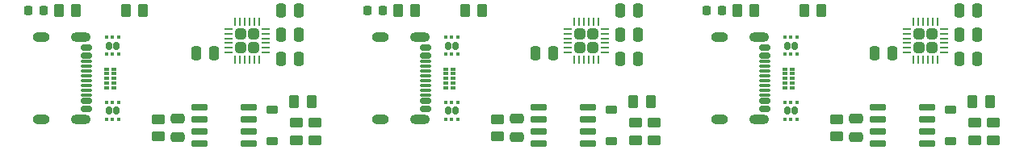
<source format=gbr>
%TF.GenerationSoftware,KiCad,Pcbnew,8.0.2*%
%TF.CreationDate,2025-03-04T10:53:31+01:00*%
%TF.ProjectId,USB-C_PD_Module_PANELIZED,5553422d-435f-4504-945f-4d6f64756c65,rev?*%
%TF.SameCoordinates,Original*%
%TF.FileFunction,Paste,Top*%
%TF.FilePolarity,Positive*%
%FSLAX46Y46*%
G04 Gerber Fmt 4.6, Leading zero omitted, Abs format (unit mm)*
G04 Created by KiCad (PCBNEW 8.0.2) date 2025-03-04 10:53:31*
%MOMM*%
%LPD*%
G01*
G04 APERTURE LIST*
G04 Aperture macros list*
%AMRoundRect*
0 Rectangle with rounded corners*
0 $1 Rounding radius*
0 $2 $3 $4 $5 $6 $7 $8 $9 X,Y pos of 4 corners*
0 Add a 4 corners polygon primitive as box body*
4,1,4,$2,$3,$4,$5,$6,$7,$8,$9,$2,$3,0*
0 Add four circle primitives for the rounded corners*
1,1,$1+$1,$2,$3*
1,1,$1+$1,$4,$5*
1,1,$1+$1,$6,$7*
1,1,$1+$1,$8,$9*
0 Add four rect primitives between the rounded corners*
20,1,$1+$1,$2,$3,$4,$5,0*
20,1,$1+$1,$4,$5,$6,$7,0*
20,1,$1+$1,$6,$7,$8,$9,0*
20,1,$1+$1,$8,$9,$2,$3,0*%
G04 Aperture macros list end*
%ADD10RoundRect,0.250000X0.262500X0.450000X-0.262500X0.450000X-0.262500X-0.450000X0.262500X-0.450000X0*%
%ADD11RoundRect,0.075000X-0.200000X0.075000X-0.200000X-0.075000X0.200000X-0.075000X0.200000X0.075000X0*%
%ADD12RoundRect,0.250000X-0.250000X-0.475000X0.250000X-0.475000X0.250000X0.475000X-0.250000X0.475000X0*%
%ADD13RoundRect,0.218750X-0.218750X-0.256250X0.218750X-0.256250X0.218750X0.256250X-0.218750X0.256250X0*%
%ADD14RoundRect,0.250000X0.475000X-0.250000X0.475000X0.250000X-0.475000X0.250000X-0.475000X-0.250000X0*%
%ADD15RoundRect,0.250000X0.450000X-0.262500X0.450000X0.262500X-0.450000X0.262500X-0.450000X-0.262500X0*%
%ADD16RoundRect,0.250000X-0.262500X-0.450000X0.262500X-0.450000X0.262500X0.450000X-0.262500X0.450000X0*%
%ADD17RoundRect,0.250000X-0.450000X0.262500X-0.450000X-0.262500X0.450000X-0.262500X0.450000X0.262500X0*%
%ADD18RoundRect,0.150000X-0.425000X0.150000X-0.425000X-0.150000X0.425000X-0.150000X0.425000X0.150000X0*%
%ADD19RoundRect,0.075000X-0.500000X0.075000X-0.500000X-0.075000X0.500000X-0.075000X0.500000X0.075000X0*%
%ADD20O,2.100000X1.000000*%
%ADD21O,1.800000X1.000000*%
%ADD22RoundRect,0.250000X0.250000X0.475000X-0.250000X0.475000X-0.250000X-0.475000X0.250000X-0.475000X0*%
%ADD23RoundRect,0.225000X0.375000X-0.225000X0.375000X0.225000X-0.375000X0.225000X-0.375000X-0.225000X0*%
%ADD24RoundRect,0.160000X-0.160000X0.245000X-0.160000X-0.245000X0.160000X-0.245000X0.160000X0.245000X0*%
%ADD25RoundRect,0.093750X-0.106250X0.093750X-0.106250X-0.093750X0.106250X-0.093750X0.106250X0.093750X0*%
%ADD26RoundRect,0.160000X0.160000X-0.245000X0.160000X0.245000X-0.160000X0.245000X-0.160000X-0.245000X0*%
%ADD27RoundRect,0.093750X0.106250X-0.093750X0.106250X0.093750X-0.106250X0.093750X-0.106250X-0.093750X0*%
%ADD28RoundRect,0.250000X-0.305000X0.305000X-0.305000X-0.305000X0.305000X-0.305000X0.305000X0.305000X0*%
%ADD29RoundRect,0.062500X-0.062500X0.337500X-0.062500X-0.337500X0.062500X-0.337500X0.062500X0.337500X0*%
%ADD30RoundRect,0.062500X-0.337500X0.062500X-0.337500X-0.062500X0.337500X-0.062500X0.337500X0.062500X0*%
%ADD31RoundRect,0.150000X0.725000X0.150000X-0.725000X0.150000X-0.725000X-0.150000X0.725000X-0.150000X0*%
G04 APERTURE END LIST*
D10*
%TO.C,R1*%
X108518500Y-23048000D03*
X106693500Y-23048000D03*
%TD*%
D11*
%TO.C,U1*%
X175805000Y-29190000D03*
X175805000Y-29690000D03*
X175805000Y-30190000D03*
X175805000Y-30690000D03*
X175805000Y-31190000D03*
X176575000Y-31190000D03*
X176575000Y-30690000D03*
X176575000Y-30190000D03*
X176575000Y-29690000D03*
X176575000Y-29190000D03*
%TD*%
D12*
%TO.C,C2*%
X194092500Y-23048000D03*
X195992500Y-23048000D03*
%TD*%
D13*
%TO.C,D2*%
X132068000Y-23048000D03*
X133643000Y-23048000D03*
%TD*%
D14*
%TO.C,C5*%
X147738000Y-36317000D03*
X147738000Y-34417000D03*
%TD*%
D10*
%TO.C,R1*%
X144078500Y-23048000D03*
X142253500Y-23048000D03*
%TD*%
D14*
%TO.C,C5*%
X183298000Y-36317000D03*
X183298000Y-34417000D03*
%TD*%
D15*
%TO.C,R3*%
X145706000Y-36279500D03*
X145706000Y-34454500D03*
%TD*%
D16*
%TO.C,R2*%
X135245000Y-23048000D03*
X137070000Y-23048000D03*
%TD*%
D13*
%TO.C,D2*%
X96508000Y-23048000D03*
X98083000Y-23048000D03*
%TD*%
D16*
%TO.C,R5*%
X195466500Y-32573000D03*
X197291500Y-32573000D03*
%TD*%
D17*
%TO.C,R6*%
X126529000Y-34835500D03*
X126529000Y-36660500D03*
%TD*%
D12*
%TO.C,C3*%
X122972500Y-25588000D03*
X124872500Y-25588000D03*
%TD*%
D16*
%TO.C,R5*%
X159906500Y-32573000D03*
X161731500Y-32573000D03*
%TD*%
D15*
%TO.C,R4*%
X160184000Y-36660500D03*
X160184000Y-34835500D03*
%TD*%
D18*
%TO.C,J1*%
X102585000Y-26960000D03*
X102585000Y-27760000D03*
D19*
X102585000Y-28910000D03*
X102585000Y-29910000D03*
X102585000Y-30410000D03*
X102585000Y-31410000D03*
D18*
X102585000Y-32560000D03*
X102585000Y-33360000D03*
X102585000Y-33360000D03*
X102585000Y-32560000D03*
D19*
X102585000Y-31910000D03*
X102585000Y-30910000D03*
X102585000Y-29410000D03*
X102585000Y-28410000D03*
D18*
X102585000Y-27760000D03*
X102585000Y-26960000D03*
D20*
X102010000Y-25840000D03*
D21*
X97830000Y-25840000D03*
D20*
X102010000Y-34480000D03*
D21*
X97830000Y-34480000D03*
%TD*%
D22*
%TO.C,C4*%
X115982500Y-27493000D03*
X114082500Y-27493000D03*
%TD*%
D11*
%TO.C,U1*%
X104685000Y-29190000D03*
X104685000Y-29690000D03*
X104685000Y-30190000D03*
X104685000Y-30690000D03*
X104685000Y-31190000D03*
X105455000Y-31190000D03*
X105455000Y-30690000D03*
X105455000Y-30190000D03*
X105455000Y-29690000D03*
X105455000Y-29190000D03*
%TD*%
D12*
%TO.C,C1*%
X158532500Y-28128000D03*
X160432500Y-28128000D03*
%TD*%
D15*
%TO.C,R4*%
X124624000Y-36660500D03*
X124624000Y-34835500D03*
%TD*%
D18*
%TO.C,J1*%
X138145000Y-26960000D03*
X138145000Y-27760000D03*
D19*
X138145000Y-28910000D03*
X138145000Y-29910000D03*
X138145000Y-30410000D03*
X138145000Y-31410000D03*
D18*
X138145000Y-32560000D03*
X138145000Y-33360000D03*
X138145000Y-33360000D03*
X138145000Y-32560000D03*
D19*
X138145000Y-31910000D03*
X138145000Y-30910000D03*
X138145000Y-29410000D03*
X138145000Y-28410000D03*
D18*
X138145000Y-27760000D03*
X138145000Y-26960000D03*
D20*
X137570000Y-25840000D03*
D21*
X133390000Y-25840000D03*
D20*
X137570000Y-34480000D03*
D21*
X133390000Y-34480000D03*
%TD*%
D17*
%TO.C,R6*%
X162089000Y-34835500D03*
X162089000Y-36660500D03*
%TD*%
D22*
%TO.C,C4*%
X151542500Y-27493000D03*
X149642500Y-27493000D03*
%TD*%
D15*
%TO.C,R3*%
X181266000Y-36279500D03*
X181266000Y-34454500D03*
%TD*%
D23*
%TO.C,D1*%
X157644000Y-36763000D03*
X157644000Y-33463000D03*
%TD*%
D15*
%TO.C,R3*%
X110146000Y-36279500D03*
X110146000Y-34454500D03*
%TD*%
D24*
%TO.C,U3*%
X141280000Y-26731000D03*
X140480000Y-26731000D03*
D25*
X141530000Y-25843500D03*
X140880000Y-25843500D03*
X140230000Y-25843500D03*
X140230000Y-27618500D03*
X140880000Y-27618500D03*
X141530000Y-27618500D03*
%TD*%
D12*
%TO.C,C2*%
X158532500Y-23048000D03*
X160432500Y-23048000D03*
%TD*%
D17*
%TO.C,R6*%
X197649000Y-34835500D03*
X197649000Y-36660500D03*
%TD*%
D16*
%TO.C,R5*%
X124346500Y-32573000D03*
X126171500Y-32573000D03*
%TD*%
D26*
%TO.C,U2*%
X140480000Y-33558000D03*
X141280000Y-33558000D03*
D27*
X140230000Y-34445500D03*
X140880000Y-34445500D03*
X141530000Y-34445500D03*
X141530000Y-32670500D03*
X140880000Y-32670500D03*
X140230000Y-32670500D03*
%TD*%
D23*
%TO.C,D1*%
X193204000Y-36763000D03*
X193204000Y-33463000D03*
%TD*%
D24*
%TO.C,U3*%
X105720000Y-26731000D03*
X104920000Y-26731000D03*
D25*
X105970000Y-25843500D03*
X105320000Y-25843500D03*
X104670000Y-25843500D03*
X104670000Y-27618500D03*
X105320000Y-27618500D03*
X105970000Y-27618500D03*
%TD*%
D11*
%TO.C,U1*%
X140245000Y-29190000D03*
X140245000Y-29690000D03*
X140245000Y-30190000D03*
X140245000Y-30690000D03*
X140245000Y-31190000D03*
X141015000Y-31190000D03*
X141015000Y-30690000D03*
X141015000Y-30190000D03*
X141015000Y-29690000D03*
X141015000Y-29190000D03*
%TD*%
D10*
%TO.C,R1*%
X179638500Y-23048000D03*
X177813500Y-23048000D03*
%TD*%
D18*
%TO.C,J1*%
X173705000Y-26960000D03*
X173705000Y-27760000D03*
D19*
X173705000Y-28910000D03*
X173705000Y-29910000D03*
X173705000Y-30410000D03*
X173705000Y-31410000D03*
D18*
X173705000Y-32560000D03*
X173705000Y-33360000D03*
X173705000Y-33360000D03*
X173705000Y-32560000D03*
D19*
X173705000Y-31910000D03*
X173705000Y-30910000D03*
X173705000Y-29410000D03*
X173705000Y-28410000D03*
D18*
X173705000Y-27760000D03*
X173705000Y-26960000D03*
D20*
X173130000Y-25840000D03*
D21*
X168950000Y-25840000D03*
D20*
X173130000Y-34480000D03*
D21*
X168950000Y-34480000D03*
%TD*%
D12*
%TO.C,C3*%
X194092500Y-25588000D03*
X195992500Y-25588000D03*
%TD*%
%TO.C,C2*%
X122972500Y-23048000D03*
X124872500Y-23048000D03*
%TD*%
D28*
%TO.C,U4*%
X120112500Y-25533000D03*
X118732500Y-25533000D03*
X120112500Y-26913000D03*
X118732500Y-26913000D03*
D29*
X120672500Y-24248000D03*
X120172500Y-24248000D03*
X119672500Y-24248000D03*
X119172500Y-24248000D03*
X118672500Y-24248000D03*
X118172500Y-24248000D03*
D30*
X117447500Y-24973000D03*
X117447500Y-25473000D03*
X117447500Y-25973000D03*
X117447500Y-26473000D03*
X117447500Y-26973000D03*
X117447500Y-27473000D03*
D29*
X118172500Y-28198000D03*
X118672500Y-28198000D03*
X119172500Y-28198000D03*
X119672500Y-28198000D03*
X120172500Y-28198000D03*
X120672500Y-28198000D03*
D30*
X121397500Y-27473000D03*
X121397500Y-26973000D03*
X121397500Y-26473000D03*
X121397500Y-25973000D03*
X121397500Y-25473000D03*
X121397500Y-24973000D03*
%TD*%
D26*
%TO.C,U2*%
X104920000Y-33558000D03*
X105720000Y-33558000D03*
D27*
X104670000Y-34445500D03*
X105320000Y-34445500D03*
X105970000Y-34445500D03*
X105970000Y-32670500D03*
X105320000Y-32670500D03*
X104670000Y-32670500D03*
%TD*%
D16*
%TO.C,R2*%
X99685000Y-23048000D03*
X101510000Y-23048000D03*
%TD*%
D26*
%TO.C,U2*%
X176040000Y-33558000D03*
X176840000Y-33558000D03*
D27*
X175790000Y-34445500D03*
X176440000Y-34445500D03*
X177090000Y-34445500D03*
X177090000Y-32670500D03*
X176440000Y-32670500D03*
X175790000Y-32670500D03*
%TD*%
D22*
%TO.C,C4*%
X187102500Y-27493000D03*
X185202500Y-27493000D03*
%TD*%
D13*
%TO.C,D2*%
X167628000Y-23048000D03*
X169203000Y-23048000D03*
%TD*%
D28*
%TO.C,U4*%
X191232500Y-25533000D03*
X189852500Y-25533000D03*
X191232500Y-26913000D03*
X189852500Y-26913000D03*
D29*
X191792500Y-24248000D03*
X191292500Y-24248000D03*
X190792500Y-24248000D03*
X190292500Y-24248000D03*
X189792500Y-24248000D03*
X189292500Y-24248000D03*
D30*
X188567500Y-24973000D03*
X188567500Y-25473000D03*
X188567500Y-25973000D03*
X188567500Y-26473000D03*
X188567500Y-26973000D03*
X188567500Y-27473000D03*
D29*
X189292500Y-28198000D03*
X189792500Y-28198000D03*
X190292500Y-28198000D03*
X190792500Y-28198000D03*
X191292500Y-28198000D03*
X191792500Y-28198000D03*
D30*
X192517500Y-27473000D03*
X192517500Y-26973000D03*
X192517500Y-26473000D03*
X192517500Y-25973000D03*
X192517500Y-25473000D03*
X192517500Y-24973000D03*
%TD*%
D14*
%TO.C,C5*%
X112178000Y-36317000D03*
X112178000Y-34417000D03*
%TD*%
D28*
%TO.C,U4*%
X155672500Y-25533000D03*
X154292500Y-25533000D03*
X155672500Y-26913000D03*
X154292500Y-26913000D03*
D29*
X156232500Y-24248000D03*
X155732500Y-24248000D03*
X155232500Y-24248000D03*
X154732500Y-24248000D03*
X154232500Y-24248000D03*
X153732500Y-24248000D03*
D30*
X153007500Y-24973000D03*
X153007500Y-25473000D03*
X153007500Y-25973000D03*
X153007500Y-26473000D03*
X153007500Y-26973000D03*
X153007500Y-27473000D03*
D29*
X153732500Y-28198000D03*
X154232500Y-28198000D03*
X154732500Y-28198000D03*
X155232500Y-28198000D03*
X155732500Y-28198000D03*
X156232500Y-28198000D03*
D30*
X156957500Y-27473000D03*
X156957500Y-26973000D03*
X156957500Y-26473000D03*
X156957500Y-25973000D03*
X156957500Y-25473000D03*
X156957500Y-24973000D03*
%TD*%
D12*
%TO.C,C3*%
X158532500Y-25588000D03*
X160432500Y-25588000D03*
%TD*%
D31*
%TO.C,Q1*%
X119579000Y-37018000D03*
X119579000Y-35748000D03*
X119579000Y-34478000D03*
X119579000Y-33208000D03*
X114429000Y-33208000D03*
X114429000Y-34478000D03*
X114429000Y-35748000D03*
X114429000Y-37018000D03*
%TD*%
D16*
%TO.C,R2*%
X170805000Y-23048000D03*
X172630000Y-23048000D03*
%TD*%
D31*
%TO.C,Q1*%
X190699000Y-37018000D03*
X190699000Y-35748000D03*
X190699000Y-34478000D03*
X190699000Y-33208000D03*
X185549000Y-33208000D03*
X185549000Y-34478000D03*
X185549000Y-35748000D03*
X185549000Y-37018000D03*
%TD*%
D24*
%TO.C,U3*%
X176840000Y-26731000D03*
X176040000Y-26731000D03*
D25*
X177090000Y-25843500D03*
X176440000Y-25843500D03*
X175790000Y-25843500D03*
X175790000Y-27618500D03*
X176440000Y-27618500D03*
X177090000Y-27618500D03*
%TD*%
D15*
%TO.C,R4*%
X195744000Y-36660500D03*
X195744000Y-34835500D03*
%TD*%
D31*
%TO.C,Q1*%
X155139000Y-37018000D03*
X155139000Y-35748000D03*
X155139000Y-34478000D03*
X155139000Y-33208000D03*
X149989000Y-33208000D03*
X149989000Y-34478000D03*
X149989000Y-35748000D03*
X149989000Y-37018000D03*
%TD*%
D23*
%TO.C,D1*%
X122084000Y-36763000D03*
X122084000Y-33463000D03*
%TD*%
D12*
%TO.C,C1*%
X194092500Y-28128000D03*
X195992500Y-28128000D03*
%TD*%
%TO.C,C1*%
X122972500Y-28128000D03*
X124872500Y-28128000D03*
%TD*%
M02*

</source>
